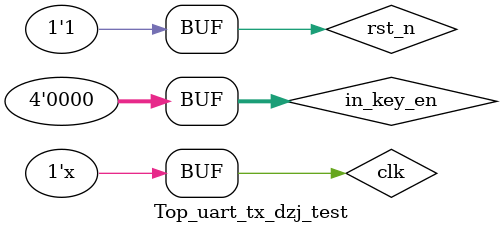
<source format=v>
`timescale 1ns / 1ps


module Top_uart_tx_dzj_test;

	// Inputs
	reg [3:0] in_key_en;
	reg clk;
	reg rst_n;

	// Outputs
	wire RX232;
	wire over_rx;

	// Instantiate the Unit Under Test (UUT)
	Top_uart_tx_dzj uut (
		.in_key_en(in_key_en), 
		.clk(clk), 
		.rst_n(rst_n), 
		.RX232(RX232), 
		.over_rx(over_rx)
	);

	initial begin
		// Initialize Inputs
		in_key_en = 0;
		clk = 0;
		rst_n = 0;

		// Wait 100 ns for global reset to finish
		#10;
		rst_n=1'b1;
		in_key_en=4'b0100;
		#1000000;
		in_key_en=4'b0;
		// Add stimulus here

	end
    always #10 clk=~clk;  
endmodule


</source>
